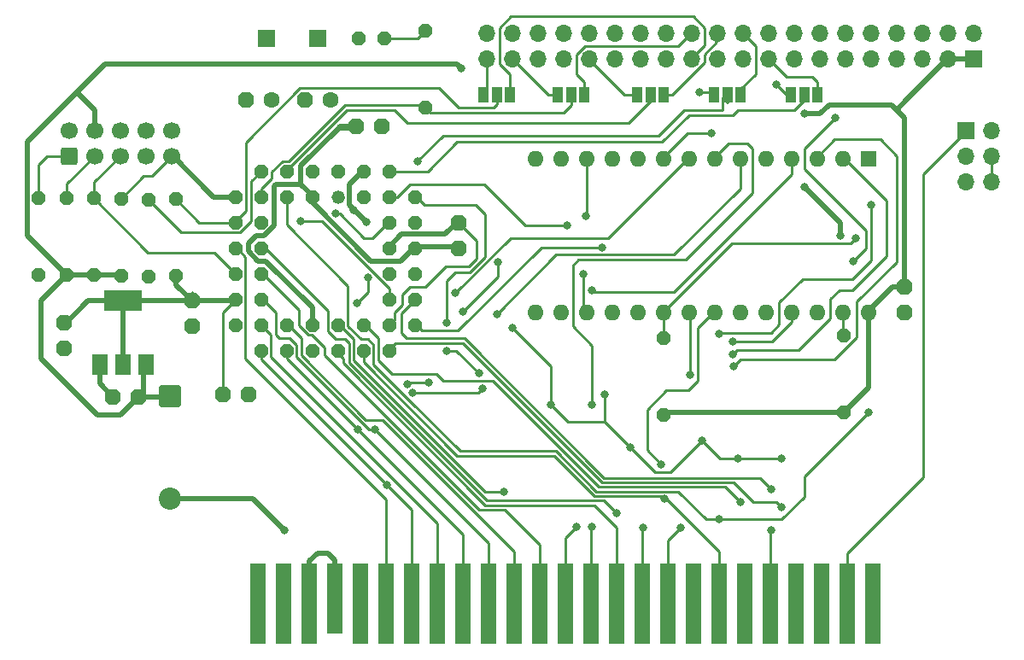
<source format=gbr>
%TF.GenerationSoftware,KiCad,Pcbnew,9.0.2*%
%TF.CreationDate,2025-09-06T01:51:39+01:00*%
%TF.ProjectId,msxpi,6d737870-692e-46b6-9963-61645f706362,1.1 Rev 1*%
%TF.SameCoordinates,Original*%
%TF.FileFunction,Copper,L1,Top*%
%TF.FilePolarity,Positive*%
%FSLAX46Y46*%
G04 Gerber Fmt 4.6, Leading zero omitted, Abs format (unit mm)*
G04 Created by KiCad (PCBNEW 9.0.2) date 2025-09-06 01:51:39*
%MOMM*%
%LPD*%
G01*
G04 APERTURE LIST*
G04 Aperture macros list*
%AMRoundRect*
0 Rectangle with rounded corners*
0 $1 Rounding radius*
0 $2 $3 $4 $5 $6 $7 $8 $9 X,Y pos of 4 corners*
0 Add a 4 corners polygon primitive as box body*
4,1,4,$2,$3,$4,$5,$6,$7,$8,$9,$2,$3,0*
0 Add four circle primitives for the rounded corners*
1,1,$1+$1,$2,$3*
1,1,$1+$1,$4,$5*
1,1,$1+$1,$6,$7*
1,1,$1+$1,$8,$9*
0 Add four rect primitives between the rounded corners*
20,1,$1+$1,$2,$3,$4,$5,0*
20,1,$1+$1,$4,$5,$6,$7,0*
20,1,$1+$1,$6,$7,$8,$9,0*
20,1,$1+$1,$8,$9,$2,$3,0*%
%AMOutline5P*
0 Free polygon, 5 corners , with rotation*
0 The origin of the aperture is its center*
0 number of corners: always 5*
0 $1 to $10 corner X, Y*
0 $11 Rotation angle, in degrees counterclockwise*
0 create outline with 5 corners*
4,1,5,$1,$2,$3,$4,$5,$6,$7,$8,$9,$10,$1,$2,$11*%
%AMOutline6P*
0 Free polygon, 6 corners , with rotation*
0 The origin of the aperture is its center*
0 number of corners: always 6*
0 $1 to $12 corner X, Y*
0 $13 Rotation angle, in degrees counterclockwise*
0 create outline with 6 corners*
4,1,6,$1,$2,$3,$4,$5,$6,$7,$8,$9,$10,$11,$12,$1,$2,$13*%
%AMOutline7P*
0 Free polygon, 7 corners , with rotation*
0 The origin of the aperture is its center*
0 number of corners: always 7*
0 $1 to $14 corner X, Y*
0 $15 Rotation angle, in degrees counterclockwise*
0 create outline with 7 corners*
4,1,7,$1,$2,$3,$4,$5,$6,$7,$8,$9,$10,$11,$12,$13,$14,$1,$2,$15*%
%AMOutline8P*
0 Free polygon, 8 corners , with rotation*
0 The origin of the aperture is its center*
0 number of corners: always 8*
0 $1 to $16 corner X, Y*
0 $17 Rotation angle, in degrees counterclockwise*
0 create outline with 8 corners*
4,1,8,$1,$2,$3,$4,$5,$6,$7,$8,$9,$10,$11,$12,$13,$14,$15,$16,$1,$2,$17*%
G04 Aperture macros list end*
%TA.AperFunction,ComponentPad*%
%ADD10Outline8P,-0.660400X0.273547X-0.273547X0.660400X0.273547X0.660400X0.660400X0.273547X0.660400X-0.273547X0.273547X-0.660400X-0.273547X-0.660400X-0.660400X-0.273547X270.000000*%
%TD*%
%TA.AperFunction,ComponentPad*%
%ADD11Outline8P,-0.660400X0.273547X-0.273547X0.660400X0.273547X0.660400X0.660400X0.273547X0.660400X-0.273547X0.273547X-0.660400X-0.273547X-0.660400X-0.660400X-0.273547X90.000000*%
%TD*%
%TA.AperFunction,ComponentPad*%
%ADD12RoundRect,0.249999X-0.850001X0.850001X-0.850001X-0.850001X0.850001X-0.850001X0.850001X0.850001X0*%
%TD*%
%TA.AperFunction,ComponentPad*%
%ADD13C,2.200000*%
%TD*%
%TA.AperFunction,SMDPad,CuDef*%
%ADD14R,1.000000X1.500000*%
%TD*%
%TA.AperFunction,ComponentPad*%
%ADD15Outline8P,-0.800100X0.331412X-0.331412X0.800100X0.331412X0.800100X0.800100X0.331412X0.800100X-0.331412X0.331412X-0.800100X-0.331412X-0.800100X-0.800100X-0.331412X180.000000*%
%TD*%
%TA.AperFunction,ComponentPad*%
%ADD16R,1.600000X1.600000*%
%TD*%
%TA.AperFunction,ComponentPad*%
%ADD17O,1.600000X1.600000*%
%TD*%
%TA.AperFunction,ComponentPad*%
%ADD18C,1.320800*%
%TD*%
%TA.AperFunction,ComponentPad*%
%ADD19Outline8P,-0.660400X0.273547X-0.273547X0.660400X0.273547X0.660400X0.660400X0.273547X0.660400X-0.273547X0.273547X-0.660400X-0.273547X-0.660400X-0.660400X-0.273547X0.000000*%
%TD*%
%TA.AperFunction,ConnectorPad*%
%ADD20R,1.500000X8.000000*%
%TD*%
%TA.AperFunction,ConnectorPad*%
%ADD21R,1.500000X7.000000*%
%TD*%
%TA.AperFunction,ComponentPad*%
%ADD22R,1.700000X1.700000*%
%TD*%
%TA.AperFunction,ComponentPad*%
%ADD23C,1.600200*%
%TD*%
%TA.AperFunction,ComponentPad*%
%ADD24Outline8P,-0.800100X0.331412X-0.331412X0.800100X0.331412X0.800100X0.800100X0.331412X0.800100X-0.331412X0.331412X-0.800100X-0.331412X-0.800100X-0.800100X-0.331412X90.000000*%
%TD*%
%TA.AperFunction,ComponentPad*%
%ADD25RoundRect,0.250000X0.600000X-0.600000X0.600000X0.600000X-0.600000X0.600000X-0.600000X-0.600000X0*%
%TD*%
%TA.AperFunction,ComponentPad*%
%ADD26C,1.700000*%
%TD*%
%TA.AperFunction,SMDPad,CuDef*%
%ADD27R,1.500000X2.000000*%
%TD*%
%TA.AperFunction,SMDPad,CuDef*%
%ADD28R,3.800000X2.000000*%
%TD*%
%TA.AperFunction,ComponentPad*%
%ADD29Outline8P,-0.660400X0.273547X-0.273547X0.660400X0.273547X0.660400X0.660400X0.273547X0.660400X-0.273547X0.273547X-0.660400X-0.273547X-0.660400X-0.660400X-0.273547X180.000000*%
%TD*%
%TA.AperFunction,ComponentPad*%
%ADD30Outline8P,-0.800100X0.331412X-0.331412X0.800100X0.331412X0.800100X0.800100X0.331412X0.800100X-0.331412X0.331412X-0.800100X-0.331412X-0.800100X-0.800100X-0.331412X270.000000*%
%TD*%
%TA.AperFunction,ComponentPad*%
%ADD31O,1.700000X1.700000*%
%TD*%
%TA.AperFunction,ViaPad*%
%ADD32C,0.800000*%
%TD*%
%TA.AperFunction,Conductor*%
%ADD33C,0.250000*%
%TD*%
%TA.AperFunction,Conductor*%
%ADD34C,0.500000*%
%TD*%
G04 APERTURE END LIST*
D10*
%TO.P,R9,1,1*%
%TO.N,SPI_CS*%
X115525000Y-91430000D03*
%TO.P,R9,2,2*%
%TO.N,+3.3V*%
X115525000Y-99050000D03*
%TD*%
D11*
%TO.P,R8,1,1*%
%TO.N,GNDREF*%
X112775000Y-99060000D03*
%TO.P,R8,2,2*%
%TO.N,SPI_MOSI*%
X112775000Y-91440000D03*
%TD*%
D12*
%TO.P,D5,1,K*%
%TO.N,+5V*%
X114950000Y-110970000D03*
D13*
%TO.P,D5,2,A*%
%TO.N,Net-(D5-A)*%
X114950000Y-121130000D03*
%TD*%
D10*
%TO.P,R5,1,1*%
%TO.N,{slash}WR*%
X181711600Y-104952800D03*
%TO.P,R5,2,2*%
%TO.N,+5V*%
X181711600Y-112572800D03*
%TD*%
D14*
%TO.P,JP5,1,A*%
%TO.N,oSPI_MOSI*%
X168880000Y-81026000D03*
%TO.P,JP5,2,C*%
%TO.N,SPI_MOSI*%
X170180000Y-81026000D03*
%TO.P,JP5,3,B*%
%TO.N,nSPI_MOSI*%
X171480000Y-81026000D03*
%TD*%
%TO.P,JP4,1,A*%
%TO.N,oSPI_CLK*%
X153386000Y-81026000D03*
%TO.P,JP4,2,C*%
%TO.N,SPI_CLK*%
X154686000Y-81026000D03*
%TO.P,JP4,3,B*%
%TO.N,nSPI_CLK*%
X155986000Y-81026000D03*
%TD*%
D15*
%TO.P,C1,1,1*%
%TO.N,+5V*%
X111760000Y-110998000D03*
%TO.P,C1,2,2*%
%TO.N,GNDREF*%
X109220000Y-110998000D03*
%TD*%
D11*
%TO.P,R3,1,1*%
%TO.N,+5V*%
X107375000Y-98970000D03*
%TO.P,R3,2,2*%
%TO.N,TMS*%
X107375000Y-91350000D03*
%TD*%
D14*
%TO.P,JP7,1,A*%
%TO.N,oSPI_RDY*%
X176500000Y-81026000D03*
%TO.P,JP7,2,C*%
%TO.N,SPI_RDY*%
X177800000Y-81026000D03*
%TO.P,JP7,3,B*%
%TO.N,nSPI_RDY*%
X179100000Y-81026000D03*
%TD*%
D16*
%TO.P,U3,1,A14*%
%TO.N,MEM_A14*%
X184150000Y-87376000D03*
D17*
%TO.P,U3,2,A12*%
%TO.N,A12*%
X181610000Y-87376000D03*
%TO.P,U3,3,A7*%
%TO.N,A7*%
X179070000Y-87376000D03*
%TO.P,U3,4,A6*%
%TO.N,A6*%
X176530000Y-87376000D03*
%TO.P,U3,5,A5*%
%TO.N,A5*%
X173990000Y-87376000D03*
%TO.P,U3,6,A4*%
%TO.N,A4*%
X171450000Y-87376000D03*
%TO.P,U3,7,A3*%
%TO.N,A3*%
X168910000Y-87376000D03*
%TO.P,U3,8,A2*%
%TO.N,A2*%
X166370000Y-87376000D03*
%TO.P,U3,9,A1*%
%TO.N,A1*%
X163830000Y-87376000D03*
%TO.P,U3,10,A0*%
%TO.N,A0*%
X161290000Y-87376000D03*
%TO.P,U3,11,D0*%
%TO.N,D0*%
X158750000Y-87376000D03*
%TO.P,U3,12,D1*%
%TO.N,D1*%
X156210000Y-87376000D03*
%TO.P,U3,13,D2*%
%TO.N,D2*%
X153670000Y-87376000D03*
%TO.P,U3,14,GND*%
%TO.N,GNDREF*%
X151130000Y-87376000D03*
%TO.P,U3,15,D3*%
%TO.N,D3*%
X151130000Y-102616000D03*
%TO.P,U3,16,D4*%
%TO.N,D4*%
X153670000Y-102616000D03*
%TO.P,U3,17,D5*%
%TO.N,D5*%
X156210000Y-102616000D03*
%TO.P,U3,18,D6*%
%TO.N,D6*%
X158750000Y-102616000D03*
%TO.P,U3,19,D7*%
%TO.N,D7*%
X161290000Y-102616000D03*
%TO.P,U3,20,~{CS}*%
%TO.N,{slash}MEM_CE*%
X163830000Y-102616000D03*
%TO.P,U3,21,A10*%
%TO.N,A10*%
X166370000Y-102616000D03*
%TO.P,U3,22,~{OE}*%
%TO.N,{slash}RD*%
X168910000Y-102616000D03*
%TO.P,U3,23,A11*%
%TO.N,A11*%
X171450000Y-102616000D03*
%TO.P,U3,24,A9*%
%TO.N,A9*%
X173990000Y-102616000D03*
%TO.P,U3,25,A8*%
%TO.N,A8*%
X176530000Y-102616000D03*
%TO.P,U3,26,A13*%
%TO.N,A13*%
X179070000Y-102616000D03*
%TO.P,U3,27,~{WE}*%
%TO.N,{slash}WR*%
X181610000Y-102616000D03*
%TO.P,U3,28,VCC*%
%TO.N,+5V*%
X184150000Y-102616000D03*
%TD*%
D14*
%TO.P,JP6,1,A*%
%TO.N,oSPI_MISO*%
X161260000Y-81026000D03*
%TO.P,JP6,2,C*%
%TO.N,SPI_MISO*%
X162560000Y-81026000D03*
%TO.P,JP6,3,B*%
%TO.N,nSPI_MISO*%
X163860000Y-81026000D03*
%TD*%
D18*
%TO.P,U2,1,GCLR/*%
%TO.N,unconnected-(U2-GCLR{slash}-Pad1)*%
X131572000Y-91186000D03*
D19*
%TO.P,U2,2,OE2-GCLK2*%
%TO.N,unconnected-(U2-OE2-GCLK2-Pad2)*%
X129032000Y-88646000D03*
%TO.P,U2,3,PD/_VCC*%
%TO.N,+3.3V*%
X129032000Y-91186000D03*
%TO.P,U2,4,IO16*%
%TO.N,SPI_MISO*%
X126492000Y-88646000D03*
%TO.P,U2,5,IO14*%
%TO.N,{slash}WR*%
X126492000Y-91186000D03*
%TO.P,U2,6,IO11*%
%TO.N,SPI_MOSI*%
X123952000Y-88646000D03*
%TO.P,U2,7,IO8/TDI*%
%TO.N,TDI*%
X121412000Y-91186000D03*
%TO.P,U2,8,IO5*%
%TO.N,SPI_CLK*%
X123952000Y-91186000D03*
%TO.P,U2,9,IO4*%
%TO.N,SPI_CS*%
X121412000Y-93726000D03*
%TO.P,U2,10,GND@2*%
%TO.N,GNDREF*%
X123952000Y-93726000D03*
%TO.P,U2,11,IO3*%
%TO.N,D6*%
X121412000Y-96266000D03*
%TO.P,U2,12,IO1*%
%TO.N,A7*%
X123952000Y-96266000D03*
%TO.P,U2,13,IO32/TMS*%
%TO.N,TMS*%
X121412000Y-98806000D03*
%TO.P,U2,14,IO30*%
%TO.N,A0*%
X123952000Y-98806000D03*
%TO.P,U2,15,VCC@1*%
%TO.N,+3.3V*%
X121412000Y-101346000D03*
%TO.P,U2,16,IO25*%
%TO.N,A4*%
X123952000Y-101346000D03*
%TO.P,U2,17,GND@3*%
%TO.N,GNDREF*%
X121412000Y-103886000D03*
%TO.P,U2,18,IO21*%
%TO.N,D4*%
X123952000Y-106426000D03*
%TO.P,U2,19,IO20*%
%TO.N,D2*%
X123952000Y-103886000D03*
%TO.P,U2,20,IO19*%
%TO.N,D0*%
X126492000Y-106426000D03*
%TO.P,U2,21,IO17*%
%TO.N,A2*%
X126492000Y-103886000D03*
%TO.P,U2,22,GND@4*%
%TO.N,GNDREF*%
X129032000Y-106426000D03*
%TO.P,U2,23,VCC@2*%
%TO.N,+3.3V*%
X129032000Y-103886000D03*
%TO.P,U2,24,IO33*%
%TO.N,A6*%
X131572000Y-106426000D03*
%TO.P,U2,25,IO35*%
%TO.N,A3*%
X131572000Y-103886000D03*
%TO.P,U2,26,IO36*%
%TO.N,{slash}RD*%
X134112000Y-106426000D03*
%TO.P,U2,27,IO37*%
%TO.N,{slash}IORQ*%
X134112000Y-103886000D03*
%TO.P,U2,28,IO40*%
%TO.N,{slash}WAIT*%
X136652000Y-106426000D03*
%TO.P,U2,29,IO41*%
%TO.N,D7*%
X139192000Y-103886000D03*
%TO.P,U2,30,GND@5*%
%TO.N,GNDREF*%
X136652000Y-103886000D03*
%TO.P,U2,31,IO46*%
%TO.N,BUSDIR*%
X139192000Y-101346000D03*
%TO.P,U2,32,IO48/TCK*%
%TO.N,TCK*%
X136652000Y-101346000D03*
%TO.P,U2,33,IO49*%
%TO.N,A5*%
X139192000Y-98806000D03*
%TO.P,U2,34,IO51*%
%TO.N,A1*%
X136652000Y-98806000D03*
%TO.P,U2,35,VCC@3*%
%TO.N,+3.3V*%
X139192000Y-96266000D03*
%TO.P,U2,36,GND@6*%
%TO.N,GNDREF*%
X136652000Y-96266000D03*
%TO.P,U2,37,IO53*%
%TO.N,D1*%
X139192000Y-93726000D03*
%TO.P,U2,38,IO56/TDO*%
%TO.N,TDO*%
X136652000Y-93726000D03*
%TO.P,U2,39,IO57*%
%TO.N,D3*%
X139192000Y-91186000D03*
%TO.P,U2,40,IO62*%
%TO.N,SPI_RDY*%
X136652000Y-88646000D03*
%TO.P,U2,41,IO64*%
%TO.N,D5*%
X136652000Y-91186000D03*
%TO.P,U2,42,GND@1*%
%TO.N,GNDREF*%
X134112000Y-88646000D03*
%TO.P,U2,43,GCLK1*%
%TO.N,unconnected-(U2-GCLK1-Pad43)*%
X134112000Y-91186000D03*
%TO.P,U2,44,OE1*%
%TO.N,unconnected-(U2-OE1-Pad44)*%
X131572000Y-88646000D03*
%TD*%
D20*
%TO.P,J1,50,-12V*%
%TO.N,unconnected-(J1--12V-Pad50)*%
X123650025Y-131553202D03*
%TO.P,J1,48,+12V*%
%TO.N,unconnected-(J1-+12V-Pad48)*%
X126190025Y-131553202D03*
%TO.P,J1,46,SW@2*%
%TO.N,Net-(J1-SW@1)*%
X128730025Y-131553202D03*
D21*
%TO.P,J1,44,SW@1*%
X131264533Y-131045850D03*
D20*
%TO.P,J1,42,CLOCK*%
%TO.N,CLOCK*%
X133810025Y-131553202D03*
%TO.P,J1,40,D6*%
%TO.N,D6*%
X136350025Y-131553202D03*
%TO.P,J1,38,D4*%
%TO.N,D4*%
X138890025Y-131553202D03*
%TO.P,J1,36,D2*%
%TO.N,D2*%
X141430025Y-131553202D03*
%TO.P,J1,34,D0*%
%TO.N,D0*%
X143970025Y-131553202D03*
%TO.P,J1,32,A4*%
%TO.N,A4*%
X146510025Y-131553202D03*
%TO.P,J1,30,A2*%
%TO.N,A2*%
X149050025Y-131553202D03*
%TO.P,J1,28,A0*%
%TO.N,A0*%
X151590025Y-131553202D03*
%TO.P,J1,26,A13*%
%TO.N,A13*%
X154130025Y-131553202D03*
%TO.P,J1,24,A8*%
%TO.N,A8*%
X156670025Y-131553202D03*
%TO.P,J1,22,A6*%
%TO.N,A6*%
X159210025Y-131553202D03*
%TO.P,J1,20,A10*%
%TO.N,A10*%
X161750025Y-131553202D03*
%TO.P,J1,18,A15*%
%TO.N,A15*%
X164290025Y-131553202D03*
%TO.P,J1,16,RES@2*%
%TO.N,unconnected-(J1-RES@2-Pad16)*%
X166830025Y-131553202D03*
%TO.P,J1,14,~{RD}*%
%TO.N,{slash}RD*%
X169370025Y-131553202D03*
%TO.P,J1,12,~{MREQ}*%
%TO.N,{slash}MREQ*%
X171910025Y-131553202D03*
%TO.P,J1,10,BUSDIR*%
%TO.N,BUSDIR*%
X174450025Y-131553202D03*
%TO.P,J1,8,~{INT}*%
%TO.N,{slash}INT*%
X176990025Y-131553202D03*
%TO.P,J1,6,~{RFSH}*%
%TO.N,{slash}RFSH*%
X179530025Y-131553202D03*
%TO.P,J1,4,~{SLTSL}*%
%TO.N,{slash}SLTSL*%
X182070025Y-131553202D03*
%TO.P,J1,2,~{CS2}*%
%TO.N,{slash}CS2*%
X184610025Y-131553202D03*
%TD*%
D10*
%TO.P,R6,1,1*%
%TO.N,{slash}MEM_CE*%
X163830000Y-105156000D03*
%TO.P,R6,2,2*%
%TO.N,+5V*%
X163830000Y-112776000D03*
%TD*%
D22*
%TO.P,J5,1,Pin_1*%
%TO.N,{slash}RESET*%
X129540000Y-75438000D03*
%TD*%
D11*
%TO.P,R1,1,1*%
%TO.N,GNDREF*%
X101850000Y-98910000D03*
%TO.P,R1,2,2*%
%TO.N,TCK*%
X101850000Y-91290000D03*
%TD*%
D23*
%TO.P,C9,+,+*%
%TO.N,{slash}RESET*%
X130810000Y-81534000D03*
D15*
%TO.P,C9,-,-*%
%TO.N,GNDREF*%
X128270000Y-81534000D03*
%TD*%
D24*
%TO.P,C7,1,1*%
%TO.N,GNDREF*%
X187706000Y-102616000D03*
%TO.P,C7,2,2*%
%TO.N,+5V*%
X187706000Y-100076000D03*
%TD*%
D25*
%TO.P,J2,1,1*%
%TO.N,TCK*%
X104902000Y-87122000D03*
D26*
%TO.P,J2,2,2*%
%TO.N,GNDREF*%
X104902000Y-84582000D03*
%TO.P,J2,3,3*%
%TO.N,TDO*%
X107442000Y-87122000D03*
%TO.P,J2,4,4*%
%TO.N,+5V*%
X107442000Y-84582000D03*
%TO.P,J2,5,5*%
%TO.N,TMS*%
X109982000Y-87122000D03*
%TO.P,J2,6,6*%
%TO.N,unconnected-(J2-Pad6)*%
X109982000Y-84582000D03*
%TO.P,J2,7,7*%
%TO.N,unconnected-(J2-Pad7)*%
X112522000Y-87122000D03*
%TO.P,J2,8,8*%
%TO.N,unconnected-(J2-Pad8)*%
X112522000Y-84582000D03*
%TO.P,J2,9,9*%
%TO.N,TDI*%
X115062000Y-87122000D03*
%TO.P,J2,10,10*%
%TO.N,GNDREF*%
X115062000Y-84582000D03*
%TD*%
D10*
%TO.P,R7,1,1*%
%TO.N,Net-(LED1-PadA)*%
X140208000Y-74676000D03*
%TO.P,R7,2,2*%
%TO.N,SPI_CLK*%
X140208000Y-82296000D03*
%TD*%
D27*
%TO.P,U1,1,ADJ*%
%TO.N,GNDREF*%
X107936000Y-107798000D03*
%TO.P,U1,2,OUT*%
%TO.N,+3.3V*%
X110236000Y-107798000D03*
D28*
X110236000Y-101498000D03*
D27*
%TO.P,U1,3,IN*%
%TO.N,+5V*%
X112536000Y-107798000D03*
%TD*%
D29*
%TO.P,LED1,A,A*%
%TO.N,Net-(LED1-PadA)*%
X136144000Y-75438000D03*
%TO.P,LED1,K,C*%
%TO.N,GNDREF*%
X133604000Y-75438000D03*
%TD*%
D15*
%TO.P,C5,1,1*%
%TO.N,GNDREF*%
X135890000Y-84175600D03*
%TO.P,C5,2,2*%
%TO.N,+3.3V*%
X133350000Y-84175600D03*
%TD*%
D11*
%TO.P,R2,1,1*%
%TO.N,+5V*%
X104675000Y-98945000D03*
%TO.P,R2,2,2*%
%TO.N,TDO*%
X104675000Y-91325000D03*
%TD*%
D15*
%TO.P,C6,1,1*%
%TO.N,GNDREF*%
X122682000Y-110744000D03*
%TO.P,C6,2,2*%
%TO.N,+3.3V*%
X120142000Y-110744000D03*
%TD*%
D14*
%TO.P,JP3,1,A*%
%TO.N,oSPI_CS*%
X146020000Y-81026000D03*
%TO.P,JP3,2,C*%
%TO.N,SPI_CS*%
X147320000Y-81026000D03*
%TO.P,JP3,3,B*%
%TO.N,nSPI_CS*%
X148620000Y-81026000D03*
%TD*%
D30*
%TO.P,C2,1,1*%
%TO.N,+3.3V*%
X104394000Y-103632000D03*
%TO.P,C2,2,2*%
%TO.N,GNDREF*%
X104394000Y-106172000D03*
%TD*%
D24*
%TO.P,C4,1,1*%
%TO.N,GNDREF*%
X117094000Y-104013000D03*
%TO.P,C4,2,2*%
%TO.N,+3.3V*%
X117094000Y-101473000D03*
%TD*%
D22*
%TO.P,J6,1,Pin_1*%
%TO.N,GNDREF*%
X124460000Y-75438000D03*
%TD*%
%TO.P,J3,1,Pin_1*%
%TO.N,{slash}SLTSL*%
X193802000Y-84582000D03*
D31*
%TO.P,J3,2,Pin_2*%
%TO.N,{slash}MEM_CE*%
X196342000Y-84582000D03*
%TO.P,J3,3,Pin_3*%
%TO.N,A14*%
X193802000Y-87122000D03*
%TO.P,J3,4,Pin_4*%
%TO.N,MEM_A14*%
X196342000Y-87122000D03*
%TO.P,J3,5,Pin_5*%
%TO.N,A15*%
X193802000Y-89662000D03*
%TO.P,J3,6,Pin_6*%
%TO.N,MEM_A14*%
X196342000Y-89662000D03*
%TD*%
%TO.P,J4,1,Pin_1*%
%TO.N,unconnected-(J4-Pin_1-Pad1)*%
X194564000Y-74930000D03*
D22*
%TO.P,J4,2,Pin_2*%
%TO.N,+5V*%
X194564000Y-77470000D03*
D31*
%TO.P,J4,3,Pin_3*%
%TO.N,unconnected-(J4-Pin_3-Pad3)*%
X192024000Y-74930000D03*
%TO.P,J4,4,Pin_4*%
%TO.N,+5V*%
X192024000Y-77470000D03*
%TO.P,J4,5,Pin_5*%
%TO.N,unconnected-(J4-Pin_5-Pad5)*%
X189484000Y-74930000D03*
%TO.P,J4,6,Pin_6*%
%TO.N,GNDREF*%
X189484000Y-77470000D03*
%TO.P,J4,7,Pin_7*%
%TO.N,unconnected-(J4-Pin_7-Pad7)*%
X186944000Y-74930000D03*
%TO.P,J4,8,Pin_8*%
%TO.N,unconnected-(J4-Pin_8-Pad8)*%
X186944000Y-77470000D03*
%TO.P,J4,9,Pin_9*%
%TO.N,unconnected-(J4-Pin_9-Pad9)*%
X184404000Y-74930000D03*
%TO.P,J4,10,Pin_10*%
%TO.N,unconnected-(J4-Pin_10-Pad10)*%
X184404000Y-77470000D03*
%TO.P,J4,11,Pin_11*%
%TO.N,unconnected-(J4-Pin_11-Pad11)*%
X181864000Y-74930000D03*
%TO.P,J4,12,Pin_12*%
%TO.N,R-AUD*%
X181864000Y-77470000D03*
%TO.P,J4,13,Pin_13*%
%TO.N,unconnected-(J4-Pin_13-Pad13)*%
X179324000Y-74930000D03*
%TO.P,J4,14,Pin_14*%
%TO.N,unconnected-(J4-Pin_14-Pad14)*%
X179324000Y-77470000D03*
%TO.P,J4,15,Pin_15*%
%TO.N,unconnected-(J4-Pin_15-Pad15)*%
X176784000Y-74930000D03*
%TO.P,J4,16,Pin_16*%
%TO.N,unconnected-(J4-Pin_16-Pad16)*%
X176784000Y-77470000D03*
%TO.P,J4,17,Pin_17*%
%TO.N,unconnected-(J4-Pin_17-Pad17)*%
X174244000Y-74930000D03*
%TO.P,J4,18,Pin_18*%
%TO.N,nSPI_RDY*%
X174244000Y-77470000D03*
%TO.P,J4,19,Pin_19*%
%TO.N,nSPI_MOSI*%
X171704000Y-74930000D03*
%TO.P,J4,20,Pin_20*%
%TO.N,unconnected-(J4-Pin_20-Pad20)*%
X171704000Y-77470000D03*
%TO.P,J4,21,Pin_21*%
%TO.N,nSPI_MISO*%
X169164000Y-74930000D03*
%TO.P,J4,22,Pin_22*%
%TO.N,oSPI_RDY*%
X169164000Y-77470000D03*
%TO.P,J4,23,Pin_23*%
%TO.N,nSPI_CLK*%
X166624000Y-74930000D03*
%TO.P,J4,24,Pin_24*%
%TO.N,nSPI_CS*%
X166624000Y-77470000D03*
%TO.P,J4,25,Pin_25*%
%TO.N,unconnected-(J4-Pin_25-Pad25)*%
X164084000Y-74930000D03*
%TO.P,J4,26,Pin_26*%
%TO.N,unconnected-(J4-Pin_26-Pad26)*%
X164084000Y-77470000D03*
%TO.P,J4,27,Pin_27*%
%TO.N,unconnected-(J4-Pin_27-Pad27)*%
X161544000Y-74930000D03*
%TO.P,J4,28,Pin_28*%
%TO.N,unconnected-(J4-Pin_28-Pad28)*%
X161544000Y-77470000D03*
%TO.P,J4,29,Pin_29*%
%TO.N,unconnected-(J4-Pin_29-Pad29)*%
X159004000Y-74930000D03*
%TO.P,J4,30,Pin_30*%
%TO.N,unconnected-(J4-Pin_30-Pad30)*%
X159004000Y-77470000D03*
%TO.P,J4,31,Pin_31*%
%TO.N,unconnected-(J4-Pin_31-Pad31)*%
X156464000Y-74930000D03*
%TO.P,J4,32,Pin_32*%
%TO.N,oSPI_MISO*%
X156464000Y-77470000D03*
%TO.P,J4,33,Pin_33*%
%TO.N,unconnected-(J4-Pin_33-Pad33)*%
X153924000Y-74930000D03*
%TO.P,J4,34,Pin_34*%
%TO.N,unconnected-(J4-Pin_34-Pad34)*%
X153924000Y-77470000D03*
%TO.P,J4,35,Pin_35*%
%TO.N,L-AUD*%
X151384000Y-74930000D03*
%TO.P,J4,36,Pin_36*%
%TO.N,oSPI_MOSI*%
X151384000Y-77470000D03*
%TO.P,J4,37,Pin_37*%
%TO.N,unconnected-(J4-Pin_37-Pad37)*%
X148844000Y-74930000D03*
%TO.P,J4,38,Pin_38*%
%TO.N,oSPI_CLK*%
X148844000Y-77470000D03*
%TO.P,J4,39,Pin_39*%
%TO.N,unconnected-(J4-Pin_39-Pad39)*%
X146304000Y-74930000D03*
%TO.P,J4,40,Pin_40*%
%TO.N,oSPI_CS*%
X146304000Y-77470000D03*
%TD*%
D11*
%TO.P,R4,1,1*%
%TO.N,+5V*%
X110100000Y-98975000D03*
%TO.P,R4,2,2*%
%TO.N,TDI*%
X110100000Y-91355000D03*
%TD*%
D30*
%TO.P,C3,1,1*%
%TO.N,GNDREF*%
X143510000Y-93726000D03*
%TO.P,C3,2,2*%
%TO.N,+3.3V*%
X143510000Y-96266000D03*
%TD*%
D23*
%TO.P,C8,+,+*%
%TO.N,+3.3V*%
X124968000Y-81534000D03*
D15*
%TO.P,C8,-,-*%
%TO.N,GNDREF*%
X122428000Y-81534000D03*
%TD*%
D32*
%TO.N,GNDREF*%
X160568716Y-116037284D03*
X148844000Y-104140000D03*
X171196000Y-117094000D03*
X175514000Y-117094000D03*
X167640000Y-115316000D03*
X134416800Y-93675200D03*
X177783200Y-90204000D03*
X181356000Y-95030300D03*
X133096000Y-92456000D03*
X157988000Y-110744000D03*
X152654000Y-111760000D03*
%TO.N,TDO*%
X131308204Y-92811600D03*
%TO.N,TCK*%
X127863600Y-93635300D03*
%TO.N,SPI_MOSI*%
X139446000Y-87630000D03*
%TO.N,{slash}WAIT*%
X175514000Y-121920000D03*
%TO.N,{slash}RD*%
X163956333Y-121131700D03*
X163602969Y-117719117D03*
%TO.N,{slash}WR*%
X184150000Y-112522000D03*
X169367200Y-123139200D03*
%TO.N,{slash}IORQ*%
X171450000Y-121462800D03*
%TO.N,D7*%
X157734000Y-96194700D03*
%TO.N,D5*%
X155879800Y-98831400D03*
X154279600Y-93980000D03*
%TO.N,D4*%
X145897600Y-110185200D03*
X138940944Y-110648299D03*
X136391222Y-119742378D03*
%TO.N,D3*%
X142367000Y-106426000D03*
X142367000Y-103632000D03*
X145542000Y-108699300D03*
%TO.N,D2*%
X134569200Y-99212400D03*
X133451600Y-101752400D03*
%TO.N,D1*%
X156159200Y-93065600D03*
%TO.N,D0*%
X147421600Y-97637600D03*
X143916400Y-102565200D03*
X133527800Y-114223800D03*
%TO.N,BUSDIR*%
X174498000Y-124256800D03*
X174498000Y-120142000D03*
%TO.N,A8*%
X170674576Y-105553778D03*
X156718000Y-123901200D03*
%TO.N,A7*%
X159156400Y-122580400D03*
X170811890Y-108025430D03*
%TO.N,A6*%
X156718000Y-100482400D03*
%TO.N,A4*%
X138493189Y-109751121D03*
X147320000Y-102819200D03*
X140589000Y-109626400D03*
X135204200Y-114223800D03*
%TO.N,A3*%
X147980400Y-120446800D03*
X156718000Y-111760000D03*
%TO.N,A2*%
X143205200Y-100711000D03*
%TO.N,A15*%
X165557200Y-124002800D03*
%TO.N,A14*%
X169328900Y-104757357D03*
X184454800Y-91948000D03*
%TO.N,A13*%
X155244800Y-123901200D03*
%TO.N,A12*%
X170729502Y-106789604D03*
%TO.N,A10*%
X166500232Y-108849313D03*
X161798000Y-123952000D03*
%TO.N,A1*%
X168554400Y-84886800D03*
%TO.N,+5V*%
X177784115Y-82897100D03*
%TO.N,Net-(D5-A)*%
X126238000Y-124206000D03*
%TO.N,+5V*%
X143806214Y-78443786D03*
%TO.N,{slash}MEM_CE*%
X182880000Y-95250000D03*
%TO.N,{slash}RESET*%
X182619438Y-97542562D03*
X180848000Y-83312000D03*
%TO.N,oSPI_MOSI*%
X167386000Y-80772000D03*
%TO.N,oSPI_RDY*%
X175006000Y-80010000D03*
%TD*%
D33*
%TO.N,SPI_MOSI*%
X122962400Y-93575106D02*
X122962400Y-89635600D01*
X121821906Y-94715600D02*
X122962400Y-93575106D01*
X116050600Y-94715600D02*
X121821906Y-94715600D01*
X112775000Y-91440000D02*
X116050600Y-94715600D01*
X122962400Y-89635600D02*
X123952000Y-88646000D01*
%TO.N,SPI_CS*%
X117821000Y-93726000D02*
X121412000Y-93726000D01*
X115525000Y-91430000D02*
X117821000Y-93726000D01*
%TO.N,TMS*%
X112750000Y-96725000D02*
X119331000Y-96725000D01*
X107375000Y-91350000D02*
X112750000Y-96725000D01*
X119331000Y-96725000D02*
X121412000Y-98806000D01*
D34*
%TO.N,+5V*%
X100735400Y-95005400D02*
X104675000Y-98945000D01*
X105664000Y-80772000D02*
X100735400Y-85700600D01*
X100735400Y-85700600D02*
X100735400Y-95005400D01*
%TO.N,+3.3V*%
X115525000Y-99904000D02*
X117094000Y-101473000D01*
X115525000Y-99050000D02*
X115525000Y-99904000D01*
%TO.N,+5V*%
X110095000Y-98970000D02*
X110100000Y-98975000D01*
X107375000Y-98970000D02*
X110095000Y-98970000D01*
X107350000Y-98945000D02*
X107375000Y-98970000D01*
X104675000Y-98945000D02*
X107350000Y-98945000D01*
X109982000Y-112776000D02*
X111760000Y-110998000D01*
X102108000Y-107188000D02*
X107696000Y-112776000D01*
X102108000Y-101692000D02*
X102108000Y-107188000D01*
X107696000Y-112776000D02*
X109982000Y-112776000D01*
X102125000Y-101675000D02*
X102108000Y-101692000D01*
X102125000Y-101495000D02*
X102125000Y-101675000D01*
X104675000Y-98945000D02*
X102125000Y-101495000D01*
D33*
%TO.N,+3.3V*%
X117094000Y-100619000D02*
X117094000Y-101473000D01*
%TO.N,TDI*%
X112325000Y-89130000D02*
X110100000Y-91355000D01*
X112325000Y-89075000D02*
X112325000Y-89130000D01*
X113109000Y-89075000D02*
X112325000Y-89075000D01*
X115062000Y-87122000D02*
X113109000Y-89075000D01*
%TO.N,TMS*%
X107375000Y-89729000D02*
X107375000Y-91350000D01*
X109982000Y-87122000D02*
X107375000Y-89729000D01*
%TO.N,TDO*%
X104675000Y-89889000D02*
X104675000Y-91325000D01*
X107442000Y-87122000D02*
X104675000Y-89889000D01*
%TO.N,TCK*%
X101850000Y-87975000D02*
X101850000Y-91290000D01*
X102703000Y-87122000D02*
X101850000Y-87975000D01*
X104902000Y-87122000D02*
X102703000Y-87122000D01*
D34*
%TO.N,Net-(D5-A)*%
X123162000Y-121130000D02*
X126238000Y-124206000D01*
X114950000Y-121130000D02*
X123162000Y-121130000D01*
%TO.N,+5V*%
X114922000Y-110998000D02*
X114950000Y-110970000D01*
X111760000Y-110998000D02*
X114922000Y-110998000D01*
%TO.N,GNDREF*%
X136652000Y-96139000D02*
X137896600Y-94894400D01*
D33*
X167640000Y-115316000D02*
X164508683Y-118447317D01*
X137922000Y-101854000D02*
X137922000Y-100838000D01*
X140208000Y-100076000D02*
X142240000Y-98044000D01*
X144526000Y-98044000D02*
X145288000Y-97282000D01*
X162978748Y-118447317D02*
X160568716Y-116037284D01*
X142240000Y-98044000D02*
X144526000Y-98044000D01*
X154350569Y-113456569D02*
X152654000Y-111760000D01*
X152654000Y-111760000D02*
X152654000Y-107950000D01*
X160568716Y-116037284D02*
X157988000Y-113456569D01*
D34*
X181356000Y-93776800D02*
X177783200Y-90204000D01*
D33*
X145288000Y-97282000D02*
X145288000Y-95504000D01*
X157988000Y-113456569D02*
X154350569Y-113456569D01*
X145288000Y-95504000D02*
X143510000Y-93726000D01*
D34*
X132685600Y-89945400D02*
X132685600Y-91944000D01*
X107936000Y-109714000D02*
X107936000Y-107798000D01*
D33*
X152654000Y-107950000D02*
X148844000Y-104140000D01*
D34*
X132685600Y-91944000D02*
X134416800Y-93675200D01*
D33*
X171196000Y-117094000D02*
X169418000Y-117094000D01*
X136652000Y-103886000D02*
X137160000Y-103378000D01*
X137160000Y-103378000D02*
X137160000Y-102616000D01*
X137160000Y-102616000D02*
X137922000Y-101854000D01*
X137922000Y-100838000D02*
X138684000Y-100076000D01*
X175514000Y-117094000D02*
X171196000Y-117094000D01*
D34*
X109220000Y-110998000D02*
X107936000Y-109714000D01*
D33*
X169418000Y-117094000D02*
X167640000Y-115316000D01*
X138684000Y-100076000D02*
X140208000Y-100076000D01*
D34*
X181356000Y-95030300D02*
X181356000Y-93776800D01*
X142214600Y-94894400D02*
X143510000Y-93599000D01*
D33*
X164508683Y-118447317D02*
X162978748Y-118447317D01*
D34*
X137896600Y-94894400D02*
X142214600Y-94894400D01*
D33*
X157988000Y-113456569D02*
X157988000Y-110744000D01*
D34*
X132685600Y-89945400D02*
X134112000Y-88519000D01*
D33*
%TO.N,TDO*%
X131308204Y-92811600D02*
X131724400Y-92811600D01*
X135001000Y-95250000D02*
X136652000Y-93599000D01*
X134162800Y-95250000D02*
X135001000Y-95250000D01*
X131724400Y-92811600D02*
X134162800Y-95250000D01*
D34*
%TO.N,TDI*%
X115062000Y-86977500D02*
X119270500Y-91186000D01*
X119270500Y-91186000D02*
X121412000Y-91186000D01*
D33*
%TO.N,TCK*%
X130021931Y-93635300D02*
X136652000Y-100265369D01*
X136652000Y-100265369D02*
X136652000Y-101219000D01*
X127863600Y-93635300D02*
X130021931Y-93635300D01*
D34*
%TO.N,+3.3V*%
X110236000Y-101498000D02*
X110236000Y-107798000D01*
X127889000Y-89916000D02*
X129032000Y-91059000D01*
X129032000Y-91744800D02*
X129032000Y-91059000D01*
X125425200Y-89916000D02*
X127889000Y-89916000D01*
X131648130Y-84328000D02*
X131800530Y-84175600D01*
X131800530Y-84175600D02*
X132842000Y-84175600D01*
X132842000Y-84175600D02*
X132029200Y-84175600D01*
X121158000Y-101473000D02*
X121412000Y-101219000D01*
X133197600Y-84328000D02*
X131876800Y-84328000D01*
X123647130Y-97536000D02*
X122682000Y-96570870D01*
X129032000Y-102180200D02*
X124387800Y-97536000D01*
X137795000Y-97536000D02*
X134823200Y-97536000D01*
D33*
X120142000Y-110744000D02*
X120142000Y-102616000D01*
D34*
X110236000Y-101498000D02*
X117069000Y-101498000D01*
X132029200Y-84175600D02*
X131876800Y-84328000D01*
X125222000Y-94030870D02*
X125222000Y-90119200D01*
D33*
X120142000Y-102616000D02*
X121412000Y-101346000D01*
D34*
X129032000Y-103759000D02*
X129032000Y-102180200D01*
X125222000Y-90119200D02*
X125425200Y-89916000D01*
X124256870Y-94996000D02*
X125222000Y-94030870D01*
X104394000Y-103886000D02*
X106782000Y-101498000D01*
X139192000Y-96139000D02*
X137795000Y-97536000D01*
X117069000Y-101498000D02*
X117094000Y-101473000D01*
X124387800Y-97536000D02*
X123647130Y-97536000D01*
X131876800Y-84328000D02*
X131648130Y-84328000D01*
X106782000Y-101498000D02*
X110236000Y-101498000D01*
X133350000Y-84175600D02*
X133197600Y-84328000D01*
X122682000Y-95758000D02*
X123444000Y-94996000D01*
X131648130Y-84328000D02*
X127889000Y-88087130D01*
X134823200Y-97536000D02*
X129032000Y-91744800D01*
X123444000Y-94996000D02*
X124256870Y-94996000D01*
X143510000Y-96139000D02*
X139192000Y-96139000D01*
X122682000Y-96570870D02*
X122682000Y-95758000D01*
X127889000Y-88087130D02*
X127889000Y-89916000D01*
X117094000Y-101473000D02*
X121158000Y-101473000D01*
D33*
%TO.N,SPI_MOSI*%
X141980078Y-85090000D02*
X163322000Y-85090000D01*
X163322000Y-85090000D02*
X165862000Y-82550000D01*
X169708200Y-82550000D02*
X169708200Y-81316200D01*
X170180000Y-81788000D02*
X170180000Y-81026000D01*
X165862000Y-82550000D02*
X169708200Y-82550000D01*
X139446000Y-87630000D02*
X139446000Y-87624078D01*
X139446000Y-87624078D02*
X141980078Y-85090000D01*
X169708200Y-81316200D02*
X170180000Y-81788000D01*
%TO.N,{slash}WAIT*%
X170805600Y-119497600D02*
X157750000Y-119497600D01*
X172720000Y-121412000D02*
X170805600Y-119497600D01*
X175006000Y-121412000D02*
X172720000Y-121412000D01*
X157750000Y-119497600D02*
X143937800Y-105685400D01*
X175514000Y-121920000D02*
X175006000Y-121412000D01*
X137265600Y-105685400D02*
X136652000Y-106299000D01*
X143937800Y-105685400D02*
X137265600Y-105685400D01*
%TO.N,SPI_RDY*%
X171196000Y-82550000D02*
X176784000Y-82550000D01*
X140462000Y-88646000D02*
X143388255Y-85719745D01*
X177800000Y-81534000D02*
X177800000Y-81026000D01*
X136652000Y-88646000D02*
X140462000Y-88646000D01*
X163708255Y-85719745D02*
X166370000Y-83058000D01*
X176784000Y-82550000D02*
X177800000Y-81534000D01*
X166370000Y-83058000D02*
X170688000Y-83058000D01*
X143388255Y-85719745D02*
X163708255Y-85719745D01*
X170688000Y-83058000D02*
X171196000Y-82550000D01*
%TO.N,SPI_CS*%
X122428000Y-85780342D02*
X127802642Y-80405700D01*
X122428000Y-92583000D02*
X122428000Y-85780342D01*
X143564800Y-82350800D02*
X146995200Y-82350800D01*
X127802642Y-80405700D02*
X141619700Y-80405700D01*
X146995200Y-82350800D02*
X147320000Y-82026000D01*
X141619700Y-80405700D02*
X143564800Y-82350800D01*
X147320000Y-82026000D02*
X147320000Y-81026000D01*
X121412000Y-93599000D02*
X122428000Y-92583000D01*
%TO.N,SPI_CLK*%
X140208000Y-82296000D02*
X140716000Y-82804000D01*
X153924000Y-82804000D02*
X154686000Y-82042000D01*
X132273278Y-82096800D02*
X140008800Y-82096800D01*
X125028449Y-89322151D02*
X125028449Y-88711459D01*
X126712678Y-87657400D02*
X132273278Y-82096800D01*
X140716000Y-82804000D02*
X153924000Y-82804000D01*
X140008800Y-82096800D02*
X140208000Y-82296000D01*
X123952000Y-91059000D02*
X123952000Y-90398600D01*
X154686000Y-82042000D02*
X154686000Y-81026000D01*
X125028449Y-88711459D02*
X126082508Y-87657400D01*
X123952000Y-90398600D02*
X125028449Y-89322151D01*
X126082508Y-87657400D02*
X126712678Y-87657400D01*
%TO.N,{slash}RD*%
X134112000Y-107543600D02*
X134112000Y-106299000D01*
X157014956Y-120857200D02*
X152993756Y-116836000D01*
X162202366Y-112775814D02*
X162202366Y-116318514D01*
X162202366Y-112281484D02*
X162202366Y-112775814D01*
X167228432Y-104170568D02*
X167228432Y-109438711D01*
X169370025Y-126364405D02*
X169370025Y-131114405D01*
X164138493Y-110345357D02*
X162202366Y-112281484D01*
X164137320Y-121131700D02*
X169370025Y-126364405D01*
X167228432Y-109438711D02*
X166651339Y-110015804D01*
X168910000Y-102489000D02*
X167228432Y-104170568D01*
X166321786Y-110345357D02*
X164138493Y-110345357D01*
X166651339Y-110015804D02*
X166321786Y-110345357D01*
X143404400Y-116836000D02*
X134112000Y-107543600D01*
X163956333Y-121131700D02*
X163681833Y-120857200D01*
X163956333Y-121131700D02*
X164137320Y-121131700D01*
X152993756Y-116836000D02*
X143404400Y-116836000D01*
X162202366Y-116318514D02*
X163602969Y-117719117D01*
X163681833Y-120857200D02*
X157014956Y-120857200D01*
%TO.N,{slash}WR*%
X143662400Y-116382800D02*
X138656099Y-111376499D01*
X133858000Y-105310400D02*
X132560600Y-104013000D01*
X138639313Y-111376499D02*
X135100600Y-107837786D01*
X165311200Y-120404000D02*
X157202678Y-120404000D01*
X135100600Y-107837786D02*
X135100600Y-105889508D01*
X175564800Y-123139200D02*
X177800000Y-120904000D01*
X135100600Y-105889508D02*
X134521492Y-105310400D01*
X168046400Y-123139200D02*
X165311200Y-120404000D01*
X181610000Y-102489000D02*
X181610000Y-104851200D01*
X177800000Y-118872000D02*
X184150000Y-112522000D01*
X138656099Y-111376499D02*
X138639313Y-111376499D01*
X132560600Y-99997800D02*
X126492000Y-93929200D01*
X153181478Y-116382800D02*
X143662400Y-116382800D01*
X169367200Y-123139200D02*
X168046400Y-123139200D01*
X134521492Y-105310400D02*
X133858000Y-105310400D01*
X181610000Y-104851200D02*
X181711600Y-104952800D01*
X157202678Y-120404000D02*
X153181478Y-116382800D01*
X169367200Y-123139200D02*
X175564800Y-123139200D01*
X132560600Y-104013000D02*
X132560600Y-99997800D01*
X126492000Y-93929200D02*
X126492000Y-91059000D01*
X177800000Y-120904000D02*
X177800000Y-118872000D01*
%TO.N,{slash}IORQ*%
X157390400Y-119950800D02*
X146896600Y-109457000D01*
X135563722Y-105210722D02*
X134112000Y-103759000D01*
X171450000Y-121462800D02*
X169938000Y-119950800D01*
X146896600Y-109457000D02*
X142019800Y-109457000D01*
X136906000Y-108737400D02*
X135563722Y-107395122D01*
X142019800Y-109457000D02*
X141300200Y-108737400D01*
X135563722Y-107395122D02*
X135563722Y-105210722D01*
X169938000Y-119950800D02*
X157390400Y-119950800D01*
X141300200Y-108737400D02*
X136906000Y-108737400D01*
%TO.N,SPI_MISO*%
X132461000Y-82550000D02*
X137160000Y-82550000D01*
X162560000Y-81632400D02*
X162560000Y-81026000D01*
X138430000Y-83820000D02*
X160372400Y-83820000D01*
X137160000Y-82550000D02*
X138430000Y-83820000D01*
X160372400Y-83820000D02*
X162560000Y-81632400D01*
X126492000Y-88519000D02*
X132461000Y-82550000D01*
%TO.N,D7*%
X139852400Y-104419400D02*
X139192000Y-103759000D01*
X157734000Y-96194700D02*
X151709300Y-96194700D01*
X151709300Y-96194700D02*
X143484600Y-104419400D01*
X143484600Y-104419400D02*
X139852400Y-104419400D01*
%TO.N,D6*%
X136350025Y-131114405D02*
X136350025Y-124126975D01*
X122400600Y-97127600D02*
X121412000Y-96139000D01*
X136347200Y-121208800D02*
X122400600Y-107262200D01*
X122400600Y-107262200D02*
X122400600Y-97127600D01*
X136350025Y-124126975D02*
X136347200Y-124124150D01*
X136347200Y-124124150D02*
X136347200Y-121208800D01*
%TO.N,D5*%
X156210000Y-102489000D02*
X155879800Y-102158800D01*
X138684000Y-89916000D02*
X146050000Y-89916000D01*
X150114000Y-93980000D02*
X154279600Y-93980000D01*
X155879800Y-102158800D02*
X155879800Y-98831400D01*
X146050000Y-89916000D02*
X150114000Y-93980000D01*
X137414000Y-91186000D02*
X138684000Y-89916000D01*
X136652000Y-91186000D02*
X137414000Y-91186000D01*
%TO.N,D4*%
X136391222Y-119742378D02*
X138890025Y-122241181D01*
X123952000Y-107303156D02*
X136391222Y-119742378D01*
X138946843Y-110642400D02*
X145440400Y-110642400D01*
X123952000Y-106299000D02*
X123952000Y-107303156D01*
X145440400Y-110642400D02*
X145897600Y-110185200D01*
X138940944Y-110648299D02*
X138946843Y-110642400D01*
X138890025Y-122241181D02*
X138890025Y-131114405D01*
%TO.N,D3*%
X140131800Y-91998800D02*
X139192000Y-91059000D01*
X146151600Y-92913200D02*
X145237200Y-91998800D01*
X143256000Y-106426000D02*
X142367000Y-106426000D01*
X145237200Y-91998800D02*
X140131800Y-91998800D01*
X142367000Y-99528769D02*
X143232430Y-98663339D01*
X145542000Y-108699300D02*
X145529300Y-108699300D01*
X142367000Y-103632000D02*
X142367000Y-99528769D01*
X146151600Y-97123678D02*
X146151600Y-92913200D01*
X143232430Y-98663339D02*
X144611939Y-98663339D01*
X144611939Y-98663339D02*
X146151600Y-97123678D01*
X145529300Y-108699300D02*
X143256000Y-106426000D01*
%TO.N,D2*%
X141430025Y-131114405D02*
X141430025Y-123548425D01*
X124945652Y-107064052D02*
X124945652Y-104879652D01*
X134569200Y-100634800D02*
X134569200Y-99212400D01*
X124945652Y-104879652D02*
X123952000Y-103886000D01*
X141430025Y-123548425D02*
X124945652Y-107064052D01*
X133451600Y-101752400D02*
X134569200Y-100634800D01*
%TO.N,D1*%
X156159200Y-93065600D02*
X156210000Y-93014800D01*
X156210000Y-93014800D02*
X156210000Y-87249000D01*
%TO.N,D0*%
X147421600Y-99060000D02*
X143916400Y-102565200D01*
X147421600Y-97637600D02*
X147421600Y-99060000D01*
X143970025Y-124666025D02*
X143970025Y-131114405D01*
X126492000Y-106299000D02*
X126492000Y-107188000D01*
X133527800Y-114223800D02*
X143970025Y-124666025D01*
X126492000Y-107188000D02*
X133527800Y-114223800D01*
%TO.N,BUSDIR*%
X137820400Y-104698800D02*
X137820400Y-102717600D01*
X137820400Y-102717600D02*
X139192000Y-101346000D01*
X157957200Y-119044400D02*
X144145000Y-105232200D01*
X174498000Y-120142000D02*
X173400400Y-119044400D01*
X174450025Y-124304775D02*
X174450025Y-131114405D01*
X174498000Y-124256800D02*
X174450025Y-124304775D01*
X138353800Y-105232200D02*
X137820400Y-104698800D01*
X144145000Y-105232200D02*
X138353800Y-105232200D01*
X173400400Y-119044400D02*
X157957200Y-119044400D01*
%TO.N,A8*%
X156670025Y-131114405D02*
X156670025Y-123949175D01*
X176530000Y-103598072D02*
X176530000Y-102489000D01*
X156670025Y-123949175D02*
X156718000Y-123901200D01*
X170674576Y-105553778D02*
X174574294Y-105553778D01*
X174574294Y-105553778D02*
X176530000Y-103598072D01*
%TO.N,A7*%
X132273801Y-105310400D02*
X131345400Y-105310400D01*
X130556000Y-102463600D02*
X124231400Y-96139000D01*
X186944000Y-97637600D02*
X186944000Y-87122000D01*
X130556000Y-104521000D02*
X130556000Y-102463600D01*
X180822600Y-85496400D02*
X179070000Y-87249000D01*
X159156400Y-122580400D02*
X157886400Y-121310400D01*
X186944000Y-87122000D02*
X185318400Y-85496400D01*
X157886400Y-121310400D02*
X146347166Y-121310400D01*
X146347166Y-121310400D02*
X132660383Y-107623617D01*
X183012999Y-105106745D02*
X183012999Y-101568601D01*
X132660383Y-105696982D02*
X132273801Y-105310400D01*
X171498460Y-107338860D02*
X180780884Y-107338860D01*
X131345400Y-105310400D02*
X130556000Y-104521000D01*
X183012999Y-101568601D02*
X186944000Y-97637600D01*
X132660383Y-107623617D02*
X132660383Y-105696982D01*
X185318400Y-85496400D02*
X180822600Y-85496400D01*
X124231400Y-96139000D02*
X123952000Y-96139000D01*
X180780884Y-107338860D02*
X183012999Y-105106745D01*
X170811890Y-108025430D02*
X171498460Y-107338860D01*
%TO.N,A6*%
X132080000Y-107188000D02*
X132080000Y-107684156D01*
X131572000Y-106680000D02*
X132080000Y-107188000D01*
X159210025Y-123954825D02*
X159210025Y-131114405D01*
X164896800Y-100584000D02*
X176530000Y-88950800D01*
X132080000Y-107684156D02*
X146159444Y-121763600D01*
X131572000Y-106299000D02*
X131572000Y-106680000D01*
X146159444Y-121763600D02*
X157018800Y-121763600D01*
X156718000Y-100482400D02*
X156819600Y-100584000D01*
X156819600Y-100584000D02*
X164896800Y-100584000D01*
X176530000Y-88950800D02*
X176530000Y-87249000D01*
X157018800Y-121763600D02*
X159210025Y-123954825D01*
%TO.N,A4*%
X125398852Y-104875652D02*
X125730000Y-105206800D01*
X138617910Y-109626400D02*
X138493189Y-109751121D01*
X146510025Y-131114405D02*
X146510025Y-125529625D01*
X153216800Y-96922400D02*
X164881322Y-96922400D01*
X134614078Y-114223800D02*
X135204200Y-114223800D01*
X140589000Y-109626400D02*
X138617910Y-109626400D01*
X126797892Y-105206800D02*
X127480600Y-105889508D01*
X127480600Y-105889508D02*
X127480600Y-107090322D01*
X164881322Y-96922400D02*
X171450000Y-90353722D01*
X123952000Y-101219000D02*
X125398852Y-102665852D01*
X146510025Y-125529625D02*
X135204200Y-114223800D01*
X125730000Y-105206800D02*
X126797892Y-105206800D01*
X125398852Y-102665852D02*
X125398852Y-104875652D01*
X147320000Y-102819200D02*
X153216800Y-96922400D01*
X171450000Y-90353722D02*
X171450000Y-87249000D01*
X127480600Y-107090322D02*
X134614078Y-114223800D01*
%TO.N,A3*%
X133113583Y-107435895D02*
X133113583Y-105300583D01*
X170307000Y-85852000D02*
X168910000Y-87249000D01*
X154838400Y-98018600D02*
X155422600Y-97434400D01*
X172110400Y-85852000D02*
X170307000Y-85852000D01*
X147980400Y-120446800D02*
X146124488Y-120446800D01*
X172669200Y-86410800D02*
X172110400Y-85852000D01*
X146124488Y-120446800D02*
X133113583Y-107435895D01*
X133113583Y-105300583D02*
X131572000Y-103759000D01*
X154838400Y-104038400D02*
X154838400Y-98018600D01*
X166014400Y-97434400D02*
X172669200Y-90779600D01*
X172669200Y-90779600D02*
X172669200Y-86410800D01*
X156718000Y-111760000D02*
X156718000Y-105918000D01*
X155422600Y-97434400D02*
X166014400Y-97434400D01*
X156718000Y-105918000D02*
X154838400Y-104038400D01*
%TO.N,A2*%
X127933800Y-106902600D02*
X127933800Y-105200800D01*
X143205200Y-100711000D02*
X148666200Y-95250000D01*
X149050025Y-126364405D02*
X135969620Y-113284000D01*
X149050025Y-131114405D02*
X149050025Y-126364405D01*
X158369000Y-95250000D02*
X166370000Y-87249000D01*
X134315200Y-113284000D02*
X127933800Y-106902600D01*
X127933800Y-105200800D02*
X126492000Y-103759000D01*
X135969620Y-113284000D02*
X134315200Y-113284000D01*
X148666200Y-95250000D02*
X158369000Y-95250000D01*
%TO.N,A15*%
X164290025Y-125269975D02*
X164290025Y-131114405D01*
X165557200Y-124002800D02*
X164290025Y-125269975D01*
%TO.N,A14*%
X184454800Y-97448231D02*
X184454800Y-91948000D01*
X182589031Y-99314000D02*
X184454800Y-97448231D01*
X175283600Y-103862400D02*
X175283600Y-101678000D01*
X169438751Y-104647506D02*
X174498494Y-104647506D01*
X175283600Y-101678000D02*
X177647600Y-99314000D01*
X169328900Y-104757357D02*
X169438751Y-104647506D01*
X174498494Y-104647506D02*
X175283600Y-103862400D01*
X177647600Y-99314000D02*
X182589031Y-99314000D01*
%TO.N,A13*%
X155244800Y-123901200D02*
X154130025Y-125015975D01*
X154130025Y-125015975D02*
X154130025Y-131114405D01*
%TO.N,A12*%
X181254400Y-100431600D02*
X182524400Y-100431600D01*
X171113981Y-106405125D02*
X177262075Y-106405125D01*
X180390800Y-103276400D02*
X180390800Y-101295200D01*
X170729502Y-106789604D02*
X171113981Y-106405125D01*
X182524400Y-100431600D02*
X185928000Y-97028000D01*
X185928000Y-97028000D02*
X185928000Y-91567000D01*
X180390800Y-101295200D02*
X181254400Y-100431600D01*
X185928000Y-91567000D02*
X181610000Y-87249000D01*
X177262075Y-106405125D02*
X180390800Y-103276400D01*
%TO.N,A10*%
X166500232Y-102619232D02*
X166370000Y-102489000D01*
X166500232Y-108849313D02*
X166500232Y-102619232D01*
X161750025Y-123999975D02*
X161798000Y-123952000D01*
X161750025Y-131114405D02*
X161750025Y-123999975D01*
%TO.N,A1*%
X166192200Y-84886800D02*
X163830000Y-87249000D01*
X168554400Y-84886800D02*
X166192200Y-84886800D01*
%TO.N,A0*%
X130251200Y-106883200D02*
X130251200Y-106120108D01*
X127711200Y-102438200D02*
X123952000Y-98679000D01*
X130251200Y-106120108D02*
X129005692Y-104874600D01*
X129005692Y-104874600D02*
X128622508Y-104874600D01*
X127711200Y-103963292D02*
X127711200Y-102438200D01*
X128622508Y-104874600D02*
X127711200Y-103963292D01*
X145584800Y-122216800D02*
X130251200Y-106883200D01*
X151590025Y-125682025D02*
X148124800Y-122216800D01*
X148124800Y-122216800D02*
X145584800Y-122216800D01*
X151590025Y-131114405D02*
X151590025Y-125682025D01*
D34*
%TO.N,+5V*%
X105664000Y-80772000D02*
X107442000Y-82550000D01*
X179385300Y-82897100D02*
X180240400Y-82042000D01*
X184150000Y-110134400D02*
X184150000Y-102489000D01*
X112268000Y-110490000D02*
X112268000Y-108066000D01*
X181711600Y-112572800D02*
X164033200Y-112572800D01*
X143806214Y-78443786D02*
X143340428Y-77978000D01*
X187706000Y-100076000D02*
X187706000Y-83322000D01*
X187706000Y-83322000D02*
X186934000Y-82550000D01*
X111760000Y-110998000D02*
X112268000Y-110490000D01*
X180240400Y-82042000D02*
X186426000Y-82042000D01*
X184150000Y-102489000D02*
X186563000Y-100076000D01*
X107442000Y-82550000D02*
X107442000Y-84437500D01*
X187955000Y-81529000D02*
X191994000Y-77490000D01*
X108458000Y-77978000D02*
X105664000Y-80772000D01*
X177784115Y-82897100D02*
X179385300Y-82897100D01*
X186934000Y-82550000D02*
X187955000Y-81529000D01*
X181711600Y-112572800D02*
X184150000Y-110134400D01*
X186426000Y-82042000D02*
X186934000Y-82550000D01*
X164033200Y-112572800D02*
X163830000Y-112776000D01*
X143340428Y-77978000D02*
X108458000Y-77978000D01*
X112268000Y-108066000D02*
X112536000Y-107798000D01*
X186563000Y-100076000D02*
X187706000Y-100076000D01*
X191994000Y-77490000D02*
X194534000Y-77490000D01*
D33*
%TO.N,{slash}SLTSL*%
X182070025Y-126539975D02*
X189596300Y-119013700D01*
X189596300Y-119013700D02*
X189596300Y-88909700D01*
X182070025Y-126539975D02*
X182070025Y-131114405D01*
X189596300Y-88909700D02*
X193802000Y-84704000D01*
D34*
%TO.N,Net-(J1-SW@1)*%
X129540000Y-126492000D02*
X128730025Y-127301975D01*
X130556000Y-126492000D02*
X129540000Y-126492000D01*
X128730025Y-127301975D02*
X128730025Y-131553202D01*
X131264533Y-127200533D02*
X130556000Y-126492000D01*
X131264533Y-131045850D02*
X131264533Y-127200533D01*
D33*
%TO.N,Net-(LED1-PadA)*%
X139446000Y-75438000D02*
X140208000Y-74676000D01*
X136144000Y-75438000D02*
X139446000Y-75438000D01*
%TO.N,{slash}MEM_CE*%
X182372000Y-95758000D02*
X170637200Y-95758000D01*
X163906200Y-102489000D02*
X163830000Y-102489000D01*
X182880000Y-95250000D02*
X182372000Y-95758000D01*
X170637200Y-95758000D02*
X163906200Y-102489000D01*
X163830000Y-102489000D02*
X163830000Y-105156000D01*
%TO.N,MEM_A14*%
X196342000Y-89784000D02*
X196342000Y-87244000D01*
%TO.N,{slash}RESET*%
X183896000Y-94488000D02*
X177800000Y-88392000D01*
X183896000Y-96266000D02*
X183896000Y-94488000D01*
X177800000Y-86360000D02*
X180848000Y-83312000D01*
X182619438Y-97542562D02*
X183896000Y-96266000D01*
X177800000Y-88392000D02*
X177800000Y-86360000D01*
%TO.N,oSPI_MISO*%
X156434000Y-77490000D02*
X159970000Y-81026000D01*
X159970000Y-81026000D02*
X161260000Y-81026000D01*
%TO.N,oSPI_MOSI*%
X167386000Y-80772000D02*
X168626000Y-80772000D01*
X168626000Y-80772000D02*
X168880000Y-81026000D01*
%TO.N,oSPI_CLK*%
X153386000Y-81026000D02*
X152400000Y-81026000D01*
X152400000Y-81026000D02*
X148844000Y-77470000D01*
%TO.N,oSPI_CS*%
X146304000Y-77470000D02*
X146304000Y-80742000D01*
X146304000Y-80742000D02*
X146020000Y-81026000D01*
%TO.N,nSPI_MOSI*%
X172974000Y-78994000D02*
X172974000Y-76200000D01*
X171480000Y-80488000D02*
X172974000Y-78994000D01*
X171480000Y-81026000D02*
X171480000Y-80488000D01*
X172974000Y-76200000D02*
X171704000Y-74930000D01*
%TO.N,nSPI_MISO*%
X167894000Y-77866227D02*
X164734227Y-81026000D01*
X169134000Y-75823773D02*
X167894000Y-77063773D01*
X164734227Y-81026000D02*
X163860000Y-81026000D01*
X167894000Y-77063773D02*
X167894000Y-77866227D01*
X169134000Y-74950000D02*
X169134000Y-75823773D01*
%TO.N,nSPI_CLK*%
X155194000Y-78994000D02*
X155194000Y-77073773D01*
X156043495Y-76224278D02*
X155194000Y-77073773D01*
X155986000Y-81026000D02*
X155986000Y-79786000D01*
X165319722Y-76224278D02*
X156043495Y-76224278D01*
X155986000Y-79786000D02*
X155194000Y-78994000D01*
X166594000Y-74950000D02*
X165319722Y-76224278D01*
%TO.N,nSPI_CS*%
X166785557Y-73313557D02*
X167894000Y-74422000D01*
X148620000Y-81026000D02*
X148620000Y-79024000D01*
X148682443Y-73313557D02*
X166785557Y-73313557D01*
X148620000Y-79024000D02*
X147574000Y-77978000D01*
X147574000Y-74422000D02*
X148682443Y-73313557D01*
X147574000Y-77978000D02*
X147574000Y-74422000D01*
X167894000Y-74422000D02*
X167894000Y-76190000D01*
X167894000Y-76190000D02*
X166594000Y-77490000D01*
%TO.N,nSPI_RDY*%
X176022000Y-79248000D02*
X178562000Y-79248000D01*
X179100000Y-79786000D02*
X179100000Y-81026000D01*
X178562000Y-79248000D02*
X179100000Y-79786000D01*
X174244000Y-77470000D02*
X176022000Y-79248000D01*
%TO.N,oSPI_RDY*%
X176022000Y-81026000D02*
X176500000Y-81026000D01*
X175006000Y-80010000D02*
X176022000Y-81026000D01*
%TD*%
M02*

</source>
